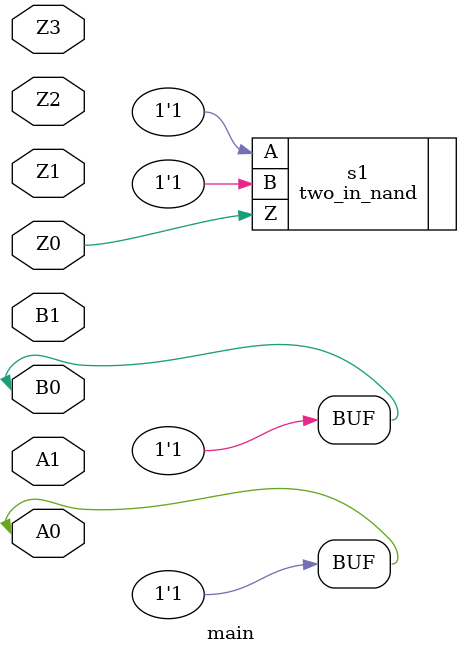
<source format=v>
`timescale 1ns / 1ps
module main(
    input A0,input A1,
    input B0,input B1,
    inout Z0,inout Z1,inout Z2,inout Z3
    );
	 assign A0 = 1'b1;assign B0=1'b1;
	 
two_in_nand s1(.A(A0),.B(B0),.Z(Z0));

endmodule

</source>
